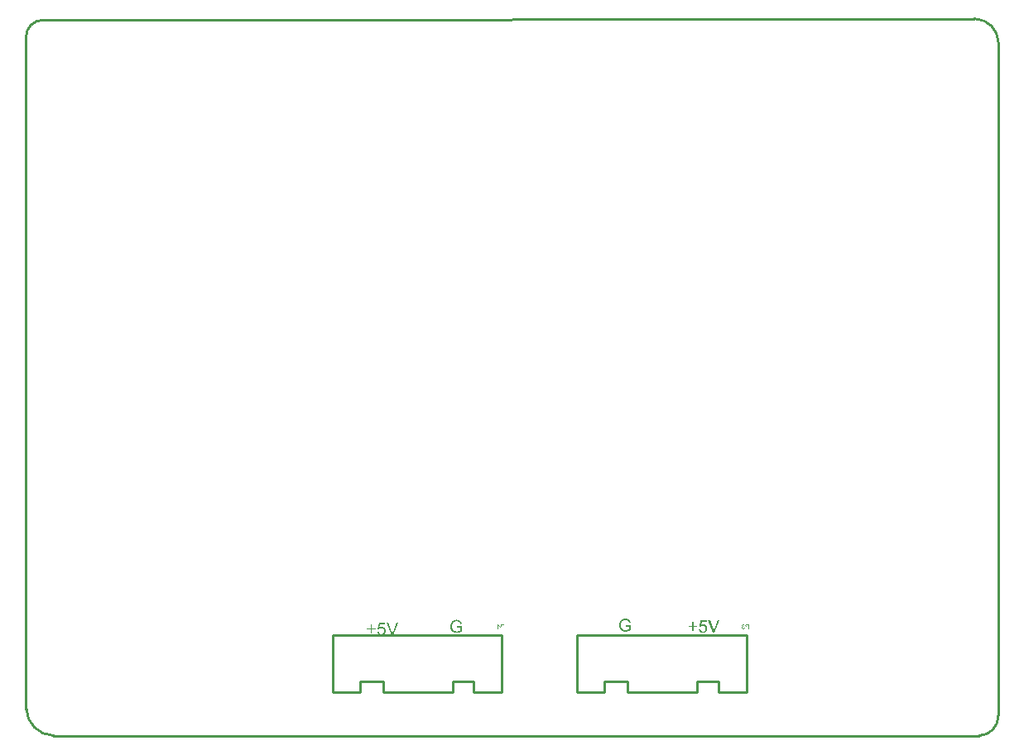
<source format=gbo>
G04*
G04 #@! TF.GenerationSoftware,Altium Limited,Altium Designer,21.7.2 (23)*
G04*
G04 Layer_Color=32896*
%FSLAX25Y25*%
%MOIN*%
G70*
G04*
G04 #@! TF.SameCoordinates,8516E6F5-4896-463E-9EC1-BE868EEF7334*
G04*
G04*
G04 #@! TF.FilePolarity,Positive*
G04*
G01*
G75*
%ADD11C,0.01000*%
G36*
X466483Y255319D02*
X467874D01*
Y254735D01*
X466483D01*
Y253329D01*
X465891D01*
Y254735D01*
X464500D01*
Y255319D01*
X465891D01*
Y256711D01*
X466483D01*
Y255319D01*
D02*
G37*
G36*
X474986Y252500D02*
X474275D01*
X472292Y257621D01*
X473032D01*
X474364Y253899D01*
Y253891D01*
X474372Y253876D01*
X474379Y253854D01*
X474394Y253825D01*
X474401Y253780D01*
X474416Y253736D01*
X474453Y253625D01*
X474497Y253499D01*
X474542Y253358D01*
X474631Y253062D01*
Y253070D01*
X474638Y253085D01*
X474645Y253107D01*
X474653Y253136D01*
X474675Y253218D01*
X474712Y253329D01*
X474749Y253455D01*
X474793Y253595D01*
X474845Y253743D01*
X474904Y253899D01*
X476296Y257621D01*
X476984D01*
X474986Y252500D01*
D02*
G37*
G36*
X471737Y256955D02*
X469687D01*
X469414Y255571D01*
X469421Y255578D01*
X469436Y255586D01*
X469458Y255601D01*
X469495Y255623D01*
X469539Y255645D01*
X469591Y255675D01*
X469710Y255734D01*
X469858Y255793D01*
X470020Y255845D01*
X470198Y255882D01*
X470287Y255897D01*
X470450D01*
X470494Y255889D01*
X470553Y255882D01*
X470620Y255874D01*
X470694Y255860D01*
X470775Y255837D01*
X470953Y255786D01*
X471049Y255749D01*
X471145Y255697D01*
X471241Y255645D01*
X471338Y255586D01*
X471426Y255512D01*
X471515Y255430D01*
X471523Y255423D01*
X471537Y255408D01*
X471560Y255386D01*
X471589Y255349D01*
X471626Y255297D01*
X471663Y255245D01*
X471708Y255179D01*
X471752Y255105D01*
X471789Y255023D01*
X471833Y254935D01*
X471870Y254831D01*
X471907Y254727D01*
X471937Y254616D01*
X471959Y254491D01*
X471974Y254365D01*
X471981Y254232D01*
Y254224D01*
Y254202D01*
Y254165D01*
X471974Y254113D01*
X471967Y254054D01*
X471959Y253987D01*
X471944Y253906D01*
X471930Y253825D01*
X471885Y253632D01*
X471811Y253432D01*
X471767Y253329D01*
X471708Y253233D01*
X471648Y253129D01*
X471574Y253033D01*
X471567Y253025D01*
X471552Y253003D01*
X471523Y252974D01*
X471486Y252937D01*
X471434Y252892D01*
X471375Y252833D01*
X471301Y252781D01*
X471219Y252722D01*
X471130Y252663D01*
X471027Y252611D01*
X470916Y252559D01*
X470797Y252507D01*
X470672Y252470D01*
X470531Y252441D01*
X470383Y252419D01*
X470228Y252411D01*
X470161D01*
X470109Y252419D01*
X470050Y252426D01*
X469983Y252433D01*
X469902Y252441D01*
X469821Y252463D01*
X469636Y252507D01*
X469451Y252574D01*
X469354Y252618D01*
X469258Y252670D01*
X469169Y252729D01*
X469081Y252796D01*
X469073Y252803D01*
X469058Y252811D01*
X469044Y252840D01*
X469014Y252870D01*
X468977Y252907D01*
X468940Y252951D01*
X468896Y253011D01*
X468859Y253077D01*
X468814Y253144D01*
X468770Y253225D01*
X468688Y253403D01*
X468622Y253610D01*
X468600Y253721D01*
X468585Y253839D01*
X469243Y253891D01*
Y253884D01*
Y253869D01*
X469251Y253847D01*
X469258Y253810D01*
X469280Y253728D01*
X469310Y253617D01*
X469354Y253506D01*
X469414Y253381D01*
X469488Y253270D01*
X469576Y253166D01*
X469591Y253159D01*
X469621Y253129D01*
X469680Y253092D01*
X469761Y253048D01*
X469850Y253003D01*
X469961Y252966D01*
X470087Y252937D01*
X470228Y252929D01*
X470272D01*
X470302Y252937D01*
X470390Y252944D01*
X470494Y252974D01*
X470620Y253011D01*
X470746Y253070D01*
X470879Y253159D01*
X470938Y253210D01*
X470997Y253270D01*
X471005Y253277D01*
X471012Y253284D01*
X471027Y253307D01*
X471049Y253329D01*
X471101Y253410D01*
X471160Y253514D01*
X471212Y253640D01*
X471264Y253795D01*
X471301Y253980D01*
X471315Y254076D01*
Y254180D01*
Y254187D01*
Y254202D01*
Y254232D01*
X471308Y254269D01*
Y254313D01*
X471301Y254365D01*
X471278Y254483D01*
X471241Y254624D01*
X471190Y254764D01*
X471116Y254898D01*
X471012Y255023D01*
Y255031D01*
X470997Y255038D01*
X470960Y255075D01*
X470894Y255127D01*
X470805Y255186D01*
X470686Y255238D01*
X470553Y255290D01*
X470398Y255327D01*
X470309Y255342D01*
X470168D01*
X470109Y255334D01*
X470035Y255327D01*
X469946Y255305D01*
X469858Y255282D01*
X469761Y255245D01*
X469665Y255201D01*
X469658Y255194D01*
X469628Y255179D01*
X469584Y255142D01*
X469525Y255105D01*
X469465Y255053D01*
X469406Y254986D01*
X469340Y254920D01*
X469288Y254838D01*
X468696Y254920D01*
X469192Y257554D01*
X471737D01*
Y256955D01*
D02*
G37*
G36*
X439201Y258202D02*
X439260D01*
X439401Y258187D01*
X439556Y258165D01*
X439719Y258128D01*
X439897Y258084D01*
X440067Y258025D01*
X440074D01*
X440089Y258017D01*
X440111Y258010D01*
X440141Y257995D01*
X440222Y257951D01*
X440326Y257899D01*
X440437Y257825D01*
X440555Y257736D01*
X440666Y257640D01*
X440770Y257521D01*
X440785Y257507D01*
X440814Y257462D01*
X440859Y257396D01*
X440918Y257299D01*
X440977Y257181D01*
X441044Y257033D01*
X441110Y256870D01*
X441162Y256685D01*
X440548Y256522D01*
Y256530D01*
X440540Y256537D01*
X440533Y256559D01*
X440526Y256589D01*
X440503Y256656D01*
X440474Y256744D01*
X440429Y256848D01*
X440378Y256944D01*
X440326Y257048D01*
X440259Y257137D01*
X440252Y257144D01*
X440230Y257174D01*
X440185Y257211D01*
X440133Y257262D01*
X440067Y257322D01*
X439978Y257381D01*
X439882Y257440D01*
X439771Y257492D01*
X439756Y257499D01*
X439719Y257514D01*
X439652Y257536D01*
X439564Y257566D01*
X439460Y257588D01*
X439342Y257610D01*
X439208Y257625D01*
X439068Y257632D01*
X438986D01*
X438949Y257625D01*
X438905D01*
X438794Y257618D01*
X438668Y257595D01*
X438528Y257573D01*
X438394Y257536D01*
X438261Y257484D01*
X438246Y257477D01*
X438202Y257462D01*
X438143Y257425D01*
X438069Y257388D01*
X437980Y257329D01*
X437884Y257270D01*
X437795Y257196D01*
X437714Y257114D01*
X437706Y257107D01*
X437677Y257077D01*
X437640Y257026D01*
X437595Y256966D01*
X437543Y256892D01*
X437492Y256804D01*
X437440Y256707D01*
X437388Y256604D01*
Y256596D01*
X437381Y256582D01*
X437373Y256559D01*
X437358Y256522D01*
X437344Y256478D01*
X437329Y256426D01*
X437307Y256367D01*
X437292Y256300D01*
X437255Y256145D01*
X437225Y255967D01*
X437203Y255782D01*
X437196Y255575D01*
Y255568D01*
Y255546D01*
Y255509D01*
X437203Y255464D01*
Y255405D01*
X437210Y255331D01*
X437218Y255257D01*
X437225Y255176D01*
X437255Y254991D01*
X437292Y254798D01*
X437351Y254606D01*
X437425Y254421D01*
Y254413D01*
X437440Y254399D01*
X437447Y254376D01*
X437469Y254347D01*
X437521Y254265D01*
X437603Y254162D01*
X437699Y254051D01*
X437817Y253940D01*
X437958Y253836D01*
X438113Y253740D01*
X438121D01*
X438135Y253733D01*
X438158Y253718D01*
X438195Y253703D01*
X438232Y253688D01*
X438283Y253673D01*
X438402Y253629D01*
X438550Y253592D01*
X438713Y253555D01*
X438890Y253525D01*
X439075Y253518D01*
X439149D01*
X439194Y253525D01*
X439238D01*
X439349Y253540D01*
X439482Y253555D01*
X439623Y253585D01*
X439778Y253629D01*
X439934Y253681D01*
X439941D01*
X439956Y253688D01*
X439971Y253696D01*
X440000Y253710D01*
X440082Y253747D01*
X440170Y253792D01*
X440274Y253844D01*
X440385Y253903D01*
X440489Y253969D01*
X440577Y254043D01*
Y255005D01*
X439068D01*
Y255612D01*
X441243D01*
Y253710D01*
X441236Y253703D01*
X441221Y253696D01*
X441192Y253673D01*
X441155Y253644D01*
X441110Y253614D01*
X441058Y253577D01*
X440992Y253533D01*
X440925Y253488D01*
X440770Y253392D01*
X440592Y253289D01*
X440407Y253192D01*
X440207Y253111D01*
X440200D01*
X440185Y253104D01*
X440156Y253096D01*
X440119Y253081D01*
X440067Y253067D01*
X440008Y253044D01*
X439941Y253030D01*
X439874Y253015D01*
X439712Y252978D01*
X439527Y252941D01*
X439327Y252919D01*
X439120Y252911D01*
X439046D01*
X438994Y252919D01*
X438927D01*
X438846Y252926D01*
X438757Y252941D01*
X438661Y252948D01*
X438446Y252993D01*
X438217Y253044D01*
X437980Y253126D01*
X437862Y253170D01*
X437743Y253229D01*
X437736Y253237D01*
X437714Y253244D01*
X437684Y253266D01*
X437640Y253289D01*
X437588Y253326D01*
X437536Y253363D01*
X437395Y253466D01*
X437247Y253599D01*
X437092Y253762D01*
X436944Y253947D01*
X436811Y254162D01*
Y254169D01*
X436796Y254191D01*
X436781Y254221D01*
X436759Y254273D01*
X436737Y254325D01*
X436715Y254399D01*
X436685Y254473D01*
X436655Y254561D01*
X436626Y254658D01*
X436596Y254769D01*
X436574Y254880D01*
X436552Y254998D01*
X436515Y255257D01*
X436500Y255531D01*
Y255538D01*
Y255568D01*
Y255605D01*
X436507Y255657D01*
Y255723D01*
X436515Y255805D01*
X436530Y255886D01*
X436537Y255982D01*
X436559Y256086D01*
X436574Y256197D01*
X436633Y256434D01*
X436707Y256678D01*
X436811Y256922D01*
X436818Y256929D01*
X436826Y256952D01*
X436840Y256981D01*
X436870Y257026D01*
X436900Y257085D01*
X436937Y257144D01*
X437040Y257285D01*
X437166Y257447D01*
X437321Y257603D01*
X437499Y257758D01*
X437603Y257825D01*
X437706Y257891D01*
X437714Y257899D01*
X437736Y257906D01*
X437765Y257921D01*
X437810Y257943D01*
X437869Y257965D01*
X437936Y257995D01*
X438010Y258025D01*
X438098Y258054D01*
X438195Y258084D01*
X438298Y258106D01*
X438409Y258136D01*
X438528Y258158D01*
X438787Y258195D01*
X438920Y258210D01*
X439157D01*
X439201Y258202D01*
D02*
G37*
G36*
X371201Y257702D02*
X371260D01*
X371401Y257687D01*
X371556Y257665D01*
X371719Y257628D01*
X371897Y257584D01*
X372067Y257525D01*
X372074D01*
X372089Y257517D01*
X372111Y257510D01*
X372141Y257495D01*
X372222Y257451D01*
X372326Y257399D01*
X372437Y257325D01*
X372555Y257236D01*
X372666Y257140D01*
X372770Y257021D01*
X372785Y257007D01*
X372814Y256962D01*
X372859Y256896D01*
X372918Y256799D01*
X372977Y256681D01*
X373044Y256533D01*
X373110Y256370D01*
X373162Y256185D01*
X372548Y256022D01*
Y256030D01*
X372540Y256037D01*
X372533Y256059D01*
X372526Y256089D01*
X372503Y256156D01*
X372474Y256244D01*
X372429Y256348D01*
X372378Y256444D01*
X372326Y256548D01*
X372259Y256637D01*
X372252Y256644D01*
X372230Y256674D01*
X372185Y256711D01*
X372133Y256762D01*
X372067Y256822D01*
X371978Y256881D01*
X371882Y256940D01*
X371771Y256992D01*
X371756Y256999D01*
X371719Y257014D01*
X371652Y257036D01*
X371564Y257066D01*
X371460Y257088D01*
X371342Y257110D01*
X371208Y257125D01*
X371068Y257132D01*
X370986D01*
X370949Y257125D01*
X370905D01*
X370794Y257118D01*
X370668Y257095D01*
X370528Y257073D01*
X370394Y257036D01*
X370261Y256984D01*
X370246Y256977D01*
X370202Y256962D01*
X370143Y256925D01*
X370069Y256888D01*
X369980Y256829D01*
X369884Y256770D01*
X369795Y256696D01*
X369714Y256614D01*
X369706Y256607D01*
X369677Y256577D01*
X369640Y256526D01*
X369595Y256466D01*
X369543Y256392D01*
X369492Y256304D01*
X369440Y256207D01*
X369388Y256104D01*
Y256096D01*
X369381Y256082D01*
X369373Y256059D01*
X369358Y256022D01*
X369344Y255978D01*
X369329Y255926D01*
X369307Y255867D01*
X369292Y255800D01*
X369255Y255645D01*
X369225Y255467D01*
X369203Y255282D01*
X369196Y255075D01*
Y255068D01*
Y255046D01*
Y255009D01*
X369203Y254964D01*
Y254905D01*
X369210Y254831D01*
X369218Y254757D01*
X369225Y254676D01*
X369255Y254491D01*
X369292Y254298D01*
X369351Y254106D01*
X369425Y253921D01*
Y253913D01*
X369440Y253899D01*
X369447Y253876D01*
X369469Y253847D01*
X369521Y253765D01*
X369603Y253662D01*
X369699Y253551D01*
X369817Y253440D01*
X369958Y253336D01*
X370113Y253240D01*
X370121D01*
X370135Y253233D01*
X370158Y253218D01*
X370195Y253203D01*
X370232Y253188D01*
X370283Y253173D01*
X370402Y253129D01*
X370550Y253092D01*
X370713Y253055D01*
X370890Y253025D01*
X371075Y253018D01*
X371149D01*
X371194Y253025D01*
X371238D01*
X371349Y253040D01*
X371482Y253055D01*
X371623Y253085D01*
X371778Y253129D01*
X371934Y253181D01*
X371941D01*
X371956Y253188D01*
X371971Y253196D01*
X372000Y253210D01*
X372082Y253247D01*
X372170Y253292D01*
X372274Y253344D01*
X372385Y253403D01*
X372489Y253469D01*
X372577Y253543D01*
Y254505D01*
X371068D01*
Y255112D01*
X373243D01*
Y253210D01*
X373236Y253203D01*
X373221Y253196D01*
X373192Y253173D01*
X373155Y253144D01*
X373110Y253114D01*
X373058Y253077D01*
X372992Y253033D01*
X372925Y252988D01*
X372770Y252892D01*
X372592Y252789D01*
X372407Y252692D01*
X372207Y252611D01*
X372200D01*
X372185Y252604D01*
X372156Y252596D01*
X372119Y252581D01*
X372067Y252567D01*
X372008Y252544D01*
X371941Y252530D01*
X371874Y252515D01*
X371712Y252478D01*
X371527Y252441D01*
X371327Y252419D01*
X371120Y252411D01*
X371046D01*
X370994Y252419D01*
X370927D01*
X370846Y252426D01*
X370757Y252441D01*
X370661Y252448D01*
X370446Y252493D01*
X370217Y252544D01*
X369980Y252626D01*
X369862Y252670D01*
X369743Y252729D01*
X369736Y252737D01*
X369714Y252744D01*
X369684Y252766D01*
X369640Y252789D01*
X369588Y252826D01*
X369536Y252863D01*
X369395Y252966D01*
X369247Y253099D01*
X369092Y253262D01*
X368944Y253447D01*
X368811Y253662D01*
Y253669D01*
X368796Y253691D01*
X368781Y253721D01*
X368759Y253773D01*
X368737Y253825D01*
X368715Y253899D01*
X368685Y253973D01*
X368655Y254061D01*
X368626Y254158D01*
X368596Y254269D01*
X368574Y254380D01*
X368552Y254498D01*
X368515Y254757D01*
X368500Y255031D01*
Y255038D01*
Y255068D01*
Y255105D01*
X368507Y255157D01*
Y255223D01*
X368515Y255305D01*
X368530Y255386D01*
X368537Y255482D01*
X368559Y255586D01*
X368574Y255697D01*
X368633Y255934D01*
X368707Y256178D01*
X368811Y256422D01*
X368818Y256429D01*
X368826Y256452D01*
X368840Y256481D01*
X368870Y256526D01*
X368900Y256585D01*
X368937Y256644D01*
X369040Y256785D01*
X369166Y256947D01*
X369321Y257103D01*
X369499Y257258D01*
X369603Y257325D01*
X369706Y257391D01*
X369714Y257399D01*
X369736Y257406D01*
X369765Y257421D01*
X369810Y257443D01*
X369869Y257465D01*
X369936Y257495D01*
X370010Y257525D01*
X370098Y257554D01*
X370195Y257584D01*
X370298Y257606D01*
X370409Y257636D01*
X370528Y257658D01*
X370787Y257695D01*
X370920Y257710D01*
X371157D01*
X371201Y257702D01*
D02*
G37*
G36*
X336983Y254319D02*
X338374D01*
Y253735D01*
X336983D01*
Y252329D01*
X336391D01*
Y253735D01*
X335000D01*
Y254319D01*
X336391D01*
Y255711D01*
X336983D01*
Y254319D01*
D02*
G37*
G36*
X345486Y251500D02*
X344775D01*
X342792Y256621D01*
X343532D01*
X344864Y252899D01*
Y252891D01*
X344872Y252876D01*
X344879Y252854D01*
X344894Y252825D01*
X344901Y252780D01*
X344916Y252736D01*
X344953Y252625D01*
X344997Y252499D01*
X345042Y252358D01*
X345131Y252062D01*
Y252070D01*
X345138Y252085D01*
X345145Y252107D01*
X345153Y252136D01*
X345175Y252218D01*
X345212Y252329D01*
X345249Y252455D01*
X345293Y252595D01*
X345345Y252743D01*
X345404Y252899D01*
X346796Y256621D01*
X347484D01*
X345486Y251500D01*
D02*
G37*
G36*
X342237Y255955D02*
X340187D01*
X339914Y254571D01*
X339921Y254578D01*
X339936Y254586D01*
X339958Y254601D01*
X339995Y254623D01*
X340039Y254645D01*
X340091Y254675D01*
X340210Y254734D01*
X340358Y254793D01*
X340520Y254845D01*
X340698Y254882D01*
X340787Y254897D01*
X340950D01*
X340994Y254889D01*
X341053Y254882D01*
X341120Y254874D01*
X341194Y254860D01*
X341275Y254837D01*
X341453Y254786D01*
X341549Y254749D01*
X341645Y254697D01*
X341741Y254645D01*
X341838Y254586D01*
X341926Y254512D01*
X342015Y254430D01*
X342023Y254423D01*
X342037Y254408D01*
X342060Y254386D01*
X342089Y254349D01*
X342126Y254297D01*
X342163Y254245D01*
X342208Y254179D01*
X342252Y254105D01*
X342289Y254023D01*
X342333Y253935D01*
X342370Y253831D01*
X342407Y253727D01*
X342437Y253616D01*
X342459Y253491D01*
X342474Y253365D01*
X342481Y253232D01*
Y253224D01*
Y253202D01*
Y253165D01*
X342474Y253113D01*
X342467Y253054D01*
X342459Y252987D01*
X342444Y252906D01*
X342430Y252825D01*
X342385Y252632D01*
X342311Y252432D01*
X342267Y252329D01*
X342208Y252233D01*
X342148Y252129D01*
X342074Y252033D01*
X342067Y252025D01*
X342052Y252003D01*
X342023Y251974D01*
X341986Y251937D01*
X341934Y251892D01*
X341875Y251833D01*
X341801Y251781D01*
X341719Y251722D01*
X341630Y251663D01*
X341527Y251611D01*
X341416Y251559D01*
X341297Y251507D01*
X341172Y251470D01*
X341031Y251441D01*
X340883Y251419D01*
X340728Y251411D01*
X340661D01*
X340609Y251419D01*
X340550Y251426D01*
X340483Y251433D01*
X340402Y251441D01*
X340321Y251463D01*
X340136Y251507D01*
X339951Y251574D01*
X339854Y251618D01*
X339758Y251670D01*
X339669Y251729D01*
X339581Y251796D01*
X339573Y251803D01*
X339558Y251811D01*
X339544Y251840D01*
X339514Y251870D01*
X339477Y251907D01*
X339440Y251951D01*
X339396Y252011D01*
X339359Y252077D01*
X339314Y252144D01*
X339270Y252225D01*
X339188Y252403D01*
X339122Y252610D01*
X339100Y252721D01*
X339085Y252839D01*
X339743Y252891D01*
Y252884D01*
Y252869D01*
X339751Y252847D01*
X339758Y252810D01*
X339780Y252728D01*
X339810Y252617D01*
X339854Y252506D01*
X339914Y252381D01*
X339988Y252270D01*
X340076Y252166D01*
X340091Y252159D01*
X340121Y252129D01*
X340180Y252092D01*
X340261Y252048D01*
X340350Y252003D01*
X340461Y251966D01*
X340587Y251937D01*
X340728Y251929D01*
X340772D01*
X340802Y251937D01*
X340890Y251944D01*
X340994Y251974D01*
X341120Y252011D01*
X341246Y252070D01*
X341379Y252159D01*
X341438Y252210D01*
X341497Y252270D01*
X341505Y252277D01*
X341512Y252284D01*
X341527Y252307D01*
X341549Y252329D01*
X341601Y252410D01*
X341660Y252514D01*
X341712Y252640D01*
X341764Y252795D01*
X341801Y252980D01*
X341815Y253076D01*
Y253180D01*
Y253187D01*
Y253202D01*
Y253232D01*
X341808Y253269D01*
Y253313D01*
X341801Y253365D01*
X341778Y253483D01*
X341741Y253624D01*
X341690Y253764D01*
X341616Y253898D01*
X341512Y254023D01*
Y254031D01*
X341497Y254038D01*
X341460Y254075D01*
X341394Y254127D01*
X341305Y254186D01*
X341186Y254238D01*
X341053Y254290D01*
X340898Y254327D01*
X340809Y254342D01*
X340668D01*
X340609Y254334D01*
X340535Y254327D01*
X340446Y254305D01*
X340358Y254282D01*
X340261Y254245D01*
X340165Y254201D01*
X340158Y254194D01*
X340128Y254179D01*
X340084Y254142D01*
X340025Y254105D01*
X339965Y254053D01*
X339906Y253986D01*
X339840Y253920D01*
X339788Y253838D01*
X339196Y253920D01*
X339692Y256554D01*
X342237D01*
Y255955D01*
D02*
G37*
G36*
X390300Y254000D02*
X390045D01*
Y254778D01*
X389555D01*
X389483Y254781D01*
X389414Y254787D01*
X389353Y254795D01*
X389297Y254806D01*
X389245Y254817D01*
X389200Y254831D01*
X389159Y254848D01*
X389123Y254864D01*
X389092Y254878D01*
X389065Y254895D01*
X389042Y254909D01*
X389026Y254922D01*
X389012Y254931D01*
X389004Y254939D01*
X388998Y254945D01*
X388995Y254947D01*
X388968Y254981D01*
X388943Y255014D01*
X388923Y255047D01*
X388904Y255083D01*
X388887Y255119D01*
X388876Y255152D01*
X388857Y255216D01*
X388851Y255246D01*
X388846Y255274D01*
X388843Y255299D01*
X388840Y255318D01*
X388837Y255338D01*
Y255349D01*
Y255357D01*
Y255360D01*
X388840Y255413D01*
X388846Y255463D01*
X388857Y255507D01*
X388865Y255546D01*
X388876Y255579D01*
X388887Y255604D01*
X388893Y255618D01*
X388896Y255623D01*
X388918Y255665D01*
X388946Y255701D01*
X388970Y255734D01*
X388995Y255759D01*
X389018Y255778D01*
X389034Y255795D01*
X389045Y255803D01*
X389051Y255806D01*
X389087Y255828D01*
X389128Y255848D01*
X389167Y255864D01*
X389203Y255878D01*
X389236Y255886D01*
X389261Y255892D01*
X389281Y255897D01*
X389286D01*
X389328Y255903D01*
X389375Y255908D01*
X389425Y255911D01*
X389472Y255914D01*
X389513Y255917D01*
X390300D01*
Y254000D01*
D02*
G37*
G36*
X388691Y254676D02*
Y254460D01*
X387857D01*
Y254000D01*
X387621D01*
Y254460D01*
X387361D01*
Y254676D01*
X387621D01*
Y255917D01*
X387812D01*
X388691Y254676D01*
D02*
G37*
G36*
X486589Y255920D02*
X486664Y255906D01*
X486728Y255884D01*
X486783Y255861D01*
X486808Y255848D01*
X486828Y255837D01*
X486847Y255825D01*
X486861Y255814D01*
X486872Y255806D01*
X486880Y255801D01*
X486886Y255798D01*
X486889Y255795D01*
X486941Y255742D01*
X486983Y255684D01*
X487016Y255623D01*
X487044Y255562D01*
X487060Y255510D01*
X487069Y255487D01*
X487074Y255468D01*
X487077Y255451D01*
X487080Y255440D01*
X487083Y255432D01*
Y255429D01*
X486847Y255388D01*
X486836Y255449D01*
X486819Y255501D01*
X486800Y255546D01*
X486781Y255582D01*
X486761Y255609D01*
X486745Y255629D01*
X486734Y255643D01*
X486731Y255645D01*
X486695Y255673D01*
X486656Y255695D01*
X486620Y255709D01*
X486584Y255720D01*
X486551Y255726D01*
X486526Y255731D01*
X486504D01*
X486454Y255729D01*
X486410Y255717D01*
X486371Y255703D01*
X486338Y255690D01*
X486312Y255673D01*
X486293Y255659D01*
X486279Y255648D01*
X486276Y255645D01*
X486246Y255612D01*
X486224Y255576D01*
X486210Y255540D01*
X486199Y255507D01*
X486193Y255476D01*
X486188Y255454D01*
Y255438D01*
Y255435D01*
Y255432D01*
Y255402D01*
X486193Y255374D01*
X486207Y255327D01*
X486227Y255285D01*
X486249Y255249D01*
X486271Y255224D01*
X486290Y255205D01*
X486304Y255194D01*
X486307Y255191D01*
X486310D01*
X486357Y255166D01*
X486401Y255147D01*
X486448Y255133D01*
X486490Y255125D01*
X486526Y255119D01*
X486556Y255114D01*
X486592D01*
X486603Y255116D01*
X486617D01*
X486645Y254909D01*
X486609Y254917D01*
X486576Y254922D01*
X486548Y254928D01*
X486523Y254931D01*
X486504Y254934D01*
X486479D01*
X486421Y254928D01*
X486368Y254917D01*
X486321Y254900D01*
X486282Y254881D01*
X486252Y254861D01*
X486229Y254845D01*
X486216Y254834D01*
X486210Y254828D01*
X486174Y254787D01*
X486146Y254742D01*
X486127Y254698D01*
X486116Y254654D01*
X486108Y254618D01*
X486105Y254587D01*
X486102Y254576D01*
Y254568D01*
Y254562D01*
Y254559D01*
X486108Y254499D01*
X486121Y254443D01*
X486138Y254396D01*
X486160Y254355D01*
X486182Y254321D01*
X486199Y254296D01*
X486213Y254280D01*
X486218Y254274D01*
X486263Y254235D01*
X486310Y254208D01*
X486357Y254188D01*
X486401Y254174D01*
X486440Y254166D01*
X486470Y254163D01*
X486482Y254161D01*
X486498D01*
X486548Y254163D01*
X486595Y254174D01*
X486637Y254188D01*
X486670Y254205D01*
X486698Y254219D01*
X486720Y254233D01*
X486731Y254244D01*
X486736Y254246D01*
X486770Y254285D01*
X486797Y254330D01*
X486822Y254377D01*
X486842Y254427D01*
X486856Y254468D01*
X486861Y254487D01*
X486864Y254504D01*
X486867Y254518D01*
X486869Y254529D01*
X486872Y254535D01*
Y254537D01*
X487108Y254507D01*
X487102Y254463D01*
X487094Y254421D01*
X487069Y254344D01*
X487038Y254277D01*
X487022Y254249D01*
X487005Y254222D01*
X486988Y254197D01*
X486972Y254177D01*
X486958Y254158D01*
X486944Y254144D01*
X486936Y254133D01*
X486928Y254125D01*
X486922Y254119D01*
X486919Y254116D01*
X486886Y254091D01*
X486853Y254066D01*
X486819Y254047D01*
X486783Y254030D01*
X486714Y254003D01*
X486648Y253986D01*
X486617Y253981D01*
X486589Y253975D01*
X486565Y253972D01*
X486543Y253970D01*
X486526Y253967D01*
X486501D01*
X486448Y253970D01*
X486401Y253975D01*
X486354Y253983D01*
X486310Y253994D01*
X486268Y254008D01*
X486232Y254022D01*
X486196Y254039D01*
X486166Y254055D01*
X486135Y254069D01*
X486110Y254086D01*
X486088Y254100D01*
X486072Y254114D01*
X486058Y254125D01*
X486047Y254133D01*
X486041Y254138D01*
X486038Y254141D01*
X486005Y254174D01*
X485977Y254210D01*
X485952Y254246D01*
X485930Y254282D01*
X485914Y254316D01*
X485897Y254352D01*
X485875Y254418D01*
X485869Y254449D01*
X485864Y254476D01*
X485858Y254501D01*
X485855Y254523D01*
X485853Y254540D01*
Y254554D01*
Y254562D01*
Y254565D01*
X485855Y254632D01*
X485867Y254693D01*
X485883Y254745D01*
X485900Y254789D01*
X485916Y254825D01*
X485933Y254853D01*
X485944Y254870D01*
X485947Y254875D01*
X485986Y254917D01*
X486027Y254953D01*
X486072Y254981D01*
X486116Y255003D01*
X486155Y255019D01*
X486185Y255030D01*
X486196Y255033D01*
X486204Y255036D01*
X486210Y255039D01*
X486213D01*
X486166Y255064D01*
X486127Y255089D01*
X486094Y255116D01*
X486066Y255141D01*
X486044Y255163D01*
X486027Y255183D01*
X486019Y255194D01*
X486016Y255199D01*
X485994Y255238D01*
X485977Y255277D01*
X485963Y255316D01*
X485955Y255352D01*
X485950Y255382D01*
X485947Y255404D01*
Y255421D01*
Y255427D01*
X485950Y255474D01*
X485958Y255521D01*
X485969Y255562D01*
X485983Y255598D01*
X485997Y255629D01*
X486008Y255654D01*
X486016Y255667D01*
X486019Y255673D01*
X486047Y255715D01*
X486080Y255751D01*
X486113Y255781D01*
X486146Y255809D01*
X486174Y255828D01*
X486199Y255845D01*
X486216Y255853D01*
X486218Y255856D01*
X486221D01*
X486271Y255878D01*
X486321Y255895D01*
X486371Y255908D01*
X486415Y255917D01*
X486451Y255922D01*
X486482Y255925D01*
X486551D01*
X486589Y255920D01*
D02*
G37*
G36*
X488800Y254000D02*
X488545D01*
Y254778D01*
X488055D01*
X487983Y254781D01*
X487914Y254787D01*
X487853Y254795D01*
X487797Y254806D01*
X487745Y254817D01*
X487700Y254831D01*
X487659Y254848D01*
X487623Y254864D01*
X487592Y254878D01*
X487565Y254895D01*
X487542Y254909D01*
X487526Y254922D01*
X487512Y254931D01*
X487504Y254939D01*
X487498Y254945D01*
X487495Y254947D01*
X487468Y254981D01*
X487443Y255014D01*
X487423Y255047D01*
X487404Y255083D01*
X487387Y255119D01*
X487376Y255152D01*
X487357Y255216D01*
X487351Y255246D01*
X487346Y255274D01*
X487343Y255299D01*
X487340Y255318D01*
X487337Y255338D01*
Y255349D01*
Y255357D01*
Y255360D01*
X487340Y255413D01*
X487346Y255463D01*
X487357Y255507D01*
X487365Y255546D01*
X487376Y255579D01*
X487387Y255604D01*
X487393Y255618D01*
X487396Y255623D01*
X487418Y255665D01*
X487445Y255701D01*
X487470Y255734D01*
X487495Y255759D01*
X487517Y255778D01*
X487534Y255795D01*
X487545Y255803D01*
X487551Y255806D01*
X487587Y255828D01*
X487628Y255848D01*
X487667Y255864D01*
X487703Y255878D01*
X487736Y255886D01*
X487761Y255892D01*
X487781Y255897D01*
X487786D01*
X487828Y255903D01*
X487875Y255908D01*
X487925Y255911D01*
X487972Y255914D01*
X488013Y255917D01*
X488800D01*
Y254000D01*
D02*
G37*
%LPC*%
G36*
X390045Y255690D02*
X389497D01*
X389447Y255687D01*
X389405Y255684D01*
X389372Y255681D01*
X389350Y255676D01*
X389333Y255673D01*
X389322Y255670D01*
X389319D01*
X389283Y255657D01*
X389253Y255640D01*
X389225Y255623D01*
X389200Y255604D01*
X389184Y255584D01*
X389170Y255571D01*
X389161Y255559D01*
X389159Y255557D01*
X389139Y255523D01*
X389123Y255490D01*
X389112Y255454D01*
X389106Y255424D01*
X389101Y255396D01*
X389098Y255371D01*
Y255357D01*
Y255354D01*
Y255352D01*
X389103Y255294D01*
X389114Y255244D01*
X389131Y255199D01*
X389151Y255163D01*
X389170Y255136D01*
X389187Y255114D01*
X389197Y255102D01*
X389203Y255097D01*
X389223Y255080D01*
X389247Y255066D01*
X389300Y255044D01*
X389358Y255028D01*
X389416Y255017D01*
X389469Y255011D01*
X389491Y255008D01*
X389511D01*
X389530Y255006D01*
X390045D01*
Y255690D01*
D02*
G37*
G36*
X387857Y255535D02*
Y254676D01*
X388461D01*
X387857Y255535D01*
D02*
G37*
G36*
X488545Y255690D02*
X487997D01*
X487947Y255687D01*
X487905Y255684D01*
X487872Y255681D01*
X487850Y255676D01*
X487833Y255673D01*
X487822Y255670D01*
X487819D01*
X487783Y255657D01*
X487753Y255640D01*
X487725Y255623D01*
X487700Y255604D01*
X487684Y255584D01*
X487670Y255571D01*
X487662Y255559D01*
X487659Y255557D01*
X487639Y255523D01*
X487623Y255490D01*
X487612Y255454D01*
X487606Y255424D01*
X487601Y255396D01*
X487598Y255371D01*
Y255357D01*
Y255354D01*
Y255352D01*
X487603Y255294D01*
X487614Y255244D01*
X487631Y255199D01*
X487650Y255163D01*
X487670Y255136D01*
X487686Y255114D01*
X487698Y255102D01*
X487703Y255097D01*
X487722Y255080D01*
X487747Y255066D01*
X487800Y255044D01*
X487858Y255028D01*
X487916Y255017D01*
X487969Y255011D01*
X487991Y255008D01*
X488011D01*
X488030Y255006D01*
X488545D01*
Y255690D01*
D02*
G37*
%LPD*%
D11*
X389200Y228700D02*
Y251500D01*
X321100Y228600D02*
Y251500D01*
X389200D01*
X321100Y228600D02*
X332100D01*
X378000Y228700D02*
X389200D01*
X378000D02*
Y232800D01*
X369500D02*
X378000D01*
X369500Y228700D02*
Y232800D01*
X341400Y228700D02*
X369500D01*
X341400D02*
Y232800D01*
X332100D02*
X341400D01*
X332100Y228600D02*
Y232800D01*
X487700Y228700D02*
Y251500D01*
X419600Y228600D02*
X419600Y251500D01*
X487700D01*
X419600Y228600D02*
X430600Y228600D01*
X476500Y228700D02*
X487700D01*
X476500D02*
Y232800D01*
X468000D02*
X476500D01*
X468000D02*
X468000Y228700D01*
X439900D02*
X468000D01*
X439900D02*
Y232800D01*
X430600D02*
X439900D01*
X430600Y228600D02*
Y232800D01*
X581500Y211000D02*
G03*
X589199Y219199I-250J7949D01*
G01*
Y490301D02*
G03*
X579500Y500000I-9699J0D01*
G01*
X197743Y222257D02*
G03*
X209000Y211000I11257J0D01*
G01*
X204500Y499500D02*
G03*
X197698Y492698I0J-6802D01*
G01*
X197500Y221500D02*
Y492443D01*
X589199Y219199D02*
Y490301D01*
X204500Y499501D02*
X579481Y499988D01*
X208500Y210954D02*
X581620Y210954D01*
M02*

</source>
